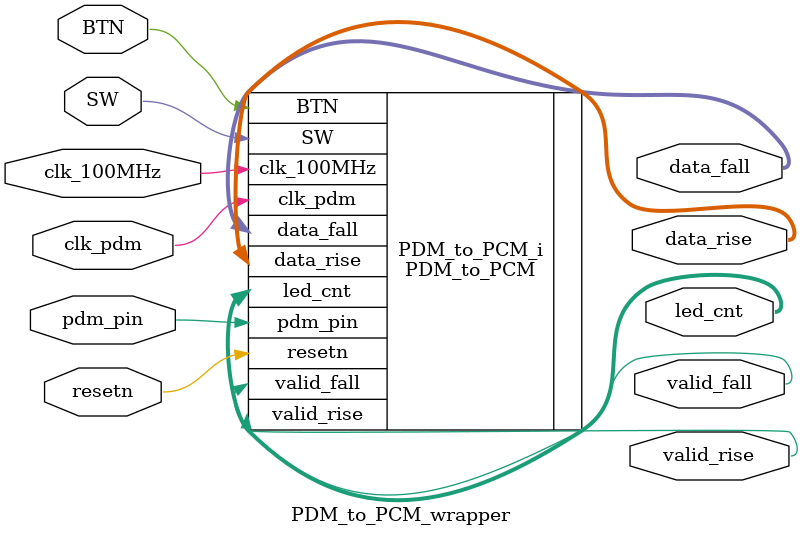
<source format=v>
`timescale 1 ps / 1 ps

module PDM_to_PCM_wrapper
   (BTN,
    SW,
    clk_100MHz,
    clk_pdm,
    data_fall,
    data_rise,
    led_cnt,
    pdm_pin,
    resetn,
    valid_fall,
    valid_rise);
  input BTN;
  input SW;
  input clk_100MHz;
  input clk_pdm;
  output [31:0]data_fall;
  output [31:0]data_rise;
  output [2:0]led_cnt;
  input pdm_pin;
  input resetn;
  output valid_fall;
  output valid_rise;

  wire BTN;
  wire SW;
  wire clk_100MHz;
  wire clk_pdm;
  wire [31:0]data_fall;
  wire [31:0]data_rise;
  wire [2:0]led_cnt;
  wire pdm_pin;
  wire resetn;
  wire valid_fall;
  wire valid_rise;

  PDM_to_PCM PDM_to_PCM_i
       (.BTN(BTN),
        .SW(SW),
        .clk_100MHz(clk_100MHz),
        .clk_pdm(clk_pdm),
        .data_fall(data_fall),
        .data_rise(data_rise),
        .led_cnt(led_cnt),
        .pdm_pin(pdm_pin),
        .resetn(resetn),
        .valid_fall(valid_fall),
        .valid_rise(valid_rise));
endmodule

</source>
